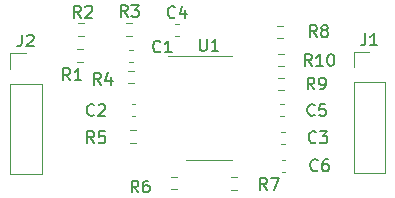
<source format=gbr>
%TF.GenerationSoftware,KiCad,Pcbnew,(6.0.4-0)*%
%TF.CreationDate,2022-05-03T23:30:52-04:00*%
%TF.ProjectId,antennaamp,616e7465-6e6e-4616-916d-702e6b696361,rev?*%
%TF.SameCoordinates,Original*%
%TF.FileFunction,Legend,Top*%
%TF.FilePolarity,Positive*%
%FSLAX46Y46*%
G04 Gerber Fmt 4.6, Leading zero omitted, Abs format (unit mm)*
G04 Created by KiCad (PCBNEW (6.0.4-0)) date 2022-05-03 23:30:52*
%MOMM*%
%LPD*%
G01*
G04 APERTURE LIST*
%ADD10C,0.150000*%
%ADD11C,0.120000*%
G04 APERTURE END LIST*
D10*
%TO.C,R1*%
X66383333Y-60102380D02*
X66050000Y-59626190D01*
X65811904Y-60102380D02*
X65811904Y-59102380D01*
X66192857Y-59102380D01*
X66288095Y-59150000D01*
X66335714Y-59197619D01*
X66383333Y-59292857D01*
X66383333Y-59435714D01*
X66335714Y-59530952D01*
X66288095Y-59578571D01*
X66192857Y-59626190D01*
X65811904Y-59626190D01*
X67335714Y-60102380D02*
X66764285Y-60102380D01*
X67050000Y-60102380D02*
X67050000Y-59102380D01*
X66954761Y-59245238D01*
X66859523Y-59340476D01*
X66764285Y-59388095D01*
%TO.C,U1*%
X77363095Y-56622380D02*
X77363095Y-57431904D01*
X77410714Y-57527142D01*
X77458333Y-57574761D01*
X77553571Y-57622380D01*
X77744047Y-57622380D01*
X77839285Y-57574761D01*
X77886904Y-57527142D01*
X77934523Y-57431904D01*
X77934523Y-56622380D01*
X78934523Y-57622380D02*
X78363095Y-57622380D01*
X78648809Y-57622380D02*
X78648809Y-56622380D01*
X78553571Y-56765238D01*
X78458333Y-56860476D01*
X78363095Y-56908095D01*
%TO.C,R10*%
X86832142Y-58902380D02*
X86498809Y-58426190D01*
X86260714Y-58902380D02*
X86260714Y-57902380D01*
X86641666Y-57902380D01*
X86736904Y-57950000D01*
X86784523Y-57997619D01*
X86832142Y-58092857D01*
X86832142Y-58235714D01*
X86784523Y-58330952D01*
X86736904Y-58378571D01*
X86641666Y-58426190D01*
X86260714Y-58426190D01*
X87784523Y-58902380D02*
X87213095Y-58902380D01*
X87498809Y-58902380D02*
X87498809Y-57902380D01*
X87403571Y-58045238D01*
X87308333Y-58140476D01*
X87213095Y-58188095D01*
X88403571Y-57902380D02*
X88498809Y-57902380D01*
X88594047Y-57950000D01*
X88641666Y-57997619D01*
X88689285Y-58092857D01*
X88736904Y-58283333D01*
X88736904Y-58521428D01*
X88689285Y-58711904D01*
X88641666Y-58807142D01*
X88594047Y-58854761D01*
X88498809Y-58902380D01*
X88403571Y-58902380D01*
X88308333Y-58854761D01*
X88260714Y-58807142D01*
X88213095Y-58711904D01*
X88165476Y-58521428D01*
X88165476Y-58283333D01*
X88213095Y-58092857D01*
X88260714Y-57997619D01*
X88308333Y-57950000D01*
X88403571Y-57902380D01*
%TO.C,R9*%
X87058333Y-60877380D02*
X86725000Y-60401190D01*
X86486904Y-60877380D02*
X86486904Y-59877380D01*
X86867857Y-59877380D01*
X86963095Y-59925000D01*
X87010714Y-59972619D01*
X87058333Y-60067857D01*
X87058333Y-60210714D01*
X87010714Y-60305952D01*
X86963095Y-60353571D01*
X86867857Y-60401190D01*
X86486904Y-60401190D01*
X87534523Y-60877380D02*
X87725000Y-60877380D01*
X87820238Y-60829761D01*
X87867857Y-60782142D01*
X87963095Y-60639285D01*
X88010714Y-60448809D01*
X88010714Y-60067857D01*
X87963095Y-59972619D01*
X87915476Y-59925000D01*
X87820238Y-59877380D01*
X87629761Y-59877380D01*
X87534523Y-59925000D01*
X87486904Y-59972619D01*
X87439285Y-60067857D01*
X87439285Y-60305952D01*
X87486904Y-60401190D01*
X87534523Y-60448809D01*
X87629761Y-60496428D01*
X87820238Y-60496428D01*
X87915476Y-60448809D01*
X87963095Y-60401190D01*
X88010714Y-60305952D01*
%TO.C,R8*%
X87258333Y-56452380D02*
X86925000Y-55976190D01*
X86686904Y-56452380D02*
X86686904Y-55452380D01*
X87067857Y-55452380D01*
X87163095Y-55500000D01*
X87210714Y-55547619D01*
X87258333Y-55642857D01*
X87258333Y-55785714D01*
X87210714Y-55880952D01*
X87163095Y-55928571D01*
X87067857Y-55976190D01*
X86686904Y-55976190D01*
X87829761Y-55880952D02*
X87734523Y-55833333D01*
X87686904Y-55785714D01*
X87639285Y-55690476D01*
X87639285Y-55642857D01*
X87686904Y-55547619D01*
X87734523Y-55500000D01*
X87829761Y-55452380D01*
X88020238Y-55452380D01*
X88115476Y-55500000D01*
X88163095Y-55547619D01*
X88210714Y-55642857D01*
X88210714Y-55690476D01*
X88163095Y-55785714D01*
X88115476Y-55833333D01*
X88020238Y-55880952D01*
X87829761Y-55880952D01*
X87734523Y-55928571D01*
X87686904Y-55976190D01*
X87639285Y-56071428D01*
X87639285Y-56261904D01*
X87686904Y-56357142D01*
X87734523Y-56404761D01*
X87829761Y-56452380D01*
X88020238Y-56452380D01*
X88115476Y-56404761D01*
X88163095Y-56357142D01*
X88210714Y-56261904D01*
X88210714Y-56071428D01*
X88163095Y-55976190D01*
X88115476Y-55928571D01*
X88020238Y-55880952D01*
%TO.C,R7*%
X83033333Y-69402380D02*
X82700000Y-68926190D01*
X82461904Y-69402380D02*
X82461904Y-68402380D01*
X82842857Y-68402380D01*
X82938095Y-68450000D01*
X82985714Y-68497619D01*
X83033333Y-68592857D01*
X83033333Y-68735714D01*
X82985714Y-68830952D01*
X82938095Y-68878571D01*
X82842857Y-68926190D01*
X82461904Y-68926190D01*
X83366666Y-68402380D02*
X84033333Y-68402380D01*
X83604761Y-69402380D01*
%TO.C,R6*%
X72145833Y-69602380D02*
X71812500Y-69126190D01*
X71574404Y-69602380D02*
X71574404Y-68602380D01*
X71955357Y-68602380D01*
X72050595Y-68650000D01*
X72098214Y-68697619D01*
X72145833Y-68792857D01*
X72145833Y-68935714D01*
X72098214Y-69030952D01*
X72050595Y-69078571D01*
X71955357Y-69126190D01*
X71574404Y-69126190D01*
X73002976Y-68602380D02*
X72812500Y-68602380D01*
X72717261Y-68650000D01*
X72669642Y-68697619D01*
X72574404Y-68840476D01*
X72526785Y-69030952D01*
X72526785Y-69411904D01*
X72574404Y-69507142D01*
X72622023Y-69554761D01*
X72717261Y-69602380D01*
X72907738Y-69602380D01*
X73002976Y-69554761D01*
X73050595Y-69507142D01*
X73098214Y-69411904D01*
X73098214Y-69173809D01*
X73050595Y-69078571D01*
X73002976Y-69030952D01*
X72907738Y-68983333D01*
X72717261Y-68983333D01*
X72622023Y-69030952D01*
X72574404Y-69078571D01*
X72526785Y-69173809D01*
%TO.C,R5*%
X68408333Y-65427380D02*
X68075000Y-64951190D01*
X67836904Y-65427380D02*
X67836904Y-64427380D01*
X68217857Y-64427380D01*
X68313095Y-64475000D01*
X68360714Y-64522619D01*
X68408333Y-64617857D01*
X68408333Y-64760714D01*
X68360714Y-64855952D01*
X68313095Y-64903571D01*
X68217857Y-64951190D01*
X67836904Y-64951190D01*
X69313095Y-64427380D02*
X68836904Y-64427380D01*
X68789285Y-64903571D01*
X68836904Y-64855952D01*
X68932142Y-64808333D01*
X69170238Y-64808333D01*
X69265476Y-64855952D01*
X69313095Y-64903571D01*
X69360714Y-64998809D01*
X69360714Y-65236904D01*
X69313095Y-65332142D01*
X69265476Y-65379761D01*
X69170238Y-65427380D01*
X68932142Y-65427380D01*
X68836904Y-65379761D01*
X68789285Y-65332142D01*
%TO.C,R4*%
X68983333Y-60477380D02*
X68650000Y-60001190D01*
X68411904Y-60477380D02*
X68411904Y-59477380D01*
X68792857Y-59477380D01*
X68888095Y-59525000D01*
X68935714Y-59572619D01*
X68983333Y-59667857D01*
X68983333Y-59810714D01*
X68935714Y-59905952D01*
X68888095Y-59953571D01*
X68792857Y-60001190D01*
X68411904Y-60001190D01*
X69840476Y-59810714D02*
X69840476Y-60477380D01*
X69602380Y-59429761D02*
X69364285Y-60144047D01*
X69983333Y-60144047D01*
%TO.C,R3*%
X71233333Y-54752380D02*
X70900000Y-54276190D01*
X70661904Y-54752380D02*
X70661904Y-53752380D01*
X71042857Y-53752380D01*
X71138095Y-53800000D01*
X71185714Y-53847619D01*
X71233333Y-53942857D01*
X71233333Y-54085714D01*
X71185714Y-54180952D01*
X71138095Y-54228571D01*
X71042857Y-54276190D01*
X70661904Y-54276190D01*
X71566666Y-53752380D02*
X72185714Y-53752380D01*
X71852380Y-54133333D01*
X71995238Y-54133333D01*
X72090476Y-54180952D01*
X72138095Y-54228571D01*
X72185714Y-54323809D01*
X72185714Y-54561904D01*
X72138095Y-54657142D01*
X72090476Y-54704761D01*
X71995238Y-54752380D01*
X71709523Y-54752380D01*
X71614285Y-54704761D01*
X71566666Y-54657142D01*
%TO.C,R2*%
X67283333Y-54802380D02*
X66950000Y-54326190D01*
X66711904Y-54802380D02*
X66711904Y-53802380D01*
X67092857Y-53802380D01*
X67188095Y-53850000D01*
X67235714Y-53897619D01*
X67283333Y-53992857D01*
X67283333Y-54135714D01*
X67235714Y-54230952D01*
X67188095Y-54278571D01*
X67092857Y-54326190D01*
X66711904Y-54326190D01*
X67664285Y-53897619D02*
X67711904Y-53850000D01*
X67807142Y-53802380D01*
X68045238Y-53802380D01*
X68140476Y-53850000D01*
X68188095Y-53897619D01*
X68235714Y-53992857D01*
X68235714Y-54088095D01*
X68188095Y-54230952D01*
X67616666Y-54802380D01*
X68235714Y-54802380D01*
%TO.C,J2*%
X62291666Y-56247380D02*
X62291666Y-56961666D01*
X62244047Y-57104523D01*
X62148809Y-57199761D01*
X62005952Y-57247380D01*
X61910714Y-57247380D01*
X62720238Y-56342619D02*
X62767857Y-56295000D01*
X62863095Y-56247380D01*
X63101190Y-56247380D01*
X63196428Y-56295000D01*
X63244047Y-56342619D01*
X63291666Y-56437857D01*
X63291666Y-56533095D01*
X63244047Y-56675952D01*
X62672619Y-57247380D01*
X63291666Y-57247380D01*
%TO.C,J1*%
X91366666Y-56147380D02*
X91366666Y-56861666D01*
X91319047Y-57004523D01*
X91223809Y-57099761D01*
X91080952Y-57147380D01*
X90985714Y-57147380D01*
X92366666Y-57147380D02*
X91795238Y-57147380D01*
X92080952Y-57147380D02*
X92080952Y-56147380D01*
X91985714Y-56290238D01*
X91890476Y-56385476D01*
X91795238Y-56433095D01*
%TO.C,C6*%
X87333333Y-67707142D02*
X87285714Y-67754761D01*
X87142857Y-67802380D01*
X87047619Y-67802380D01*
X86904761Y-67754761D01*
X86809523Y-67659523D01*
X86761904Y-67564285D01*
X86714285Y-67373809D01*
X86714285Y-67230952D01*
X86761904Y-67040476D01*
X86809523Y-66945238D01*
X86904761Y-66850000D01*
X87047619Y-66802380D01*
X87142857Y-66802380D01*
X87285714Y-66850000D01*
X87333333Y-66897619D01*
X88190476Y-66802380D02*
X88000000Y-66802380D01*
X87904761Y-66850000D01*
X87857142Y-66897619D01*
X87761904Y-67040476D01*
X87714285Y-67230952D01*
X87714285Y-67611904D01*
X87761904Y-67707142D01*
X87809523Y-67754761D01*
X87904761Y-67802380D01*
X88095238Y-67802380D01*
X88190476Y-67754761D01*
X88238095Y-67707142D01*
X88285714Y-67611904D01*
X88285714Y-67373809D01*
X88238095Y-67278571D01*
X88190476Y-67230952D01*
X88095238Y-67183333D01*
X87904761Y-67183333D01*
X87809523Y-67230952D01*
X87761904Y-67278571D01*
X87714285Y-67373809D01*
%TO.C,C5*%
X87083333Y-63032142D02*
X87035714Y-63079761D01*
X86892857Y-63127380D01*
X86797619Y-63127380D01*
X86654761Y-63079761D01*
X86559523Y-62984523D01*
X86511904Y-62889285D01*
X86464285Y-62698809D01*
X86464285Y-62555952D01*
X86511904Y-62365476D01*
X86559523Y-62270238D01*
X86654761Y-62175000D01*
X86797619Y-62127380D01*
X86892857Y-62127380D01*
X87035714Y-62175000D01*
X87083333Y-62222619D01*
X87988095Y-62127380D02*
X87511904Y-62127380D01*
X87464285Y-62603571D01*
X87511904Y-62555952D01*
X87607142Y-62508333D01*
X87845238Y-62508333D01*
X87940476Y-62555952D01*
X87988095Y-62603571D01*
X88035714Y-62698809D01*
X88035714Y-62936904D01*
X87988095Y-63032142D01*
X87940476Y-63079761D01*
X87845238Y-63127380D01*
X87607142Y-63127380D01*
X87511904Y-63079761D01*
X87464285Y-63032142D01*
%TO.C,C4*%
X75258333Y-54752142D02*
X75210714Y-54799761D01*
X75067857Y-54847380D01*
X74972619Y-54847380D01*
X74829761Y-54799761D01*
X74734523Y-54704523D01*
X74686904Y-54609285D01*
X74639285Y-54418809D01*
X74639285Y-54275952D01*
X74686904Y-54085476D01*
X74734523Y-53990238D01*
X74829761Y-53895000D01*
X74972619Y-53847380D01*
X75067857Y-53847380D01*
X75210714Y-53895000D01*
X75258333Y-53942619D01*
X76115476Y-54180714D02*
X76115476Y-54847380D01*
X75877380Y-53799761D02*
X75639285Y-54514047D01*
X76258333Y-54514047D01*
%TO.C,C3*%
X87183333Y-65332142D02*
X87135714Y-65379761D01*
X86992857Y-65427380D01*
X86897619Y-65427380D01*
X86754761Y-65379761D01*
X86659523Y-65284523D01*
X86611904Y-65189285D01*
X86564285Y-64998809D01*
X86564285Y-64855952D01*
X86611904Y-64665476D01*
X86659523Y-64570238D01*
X86754761Y-64475000D01*
X86897619Y-64427380D01*
X86992857Y-64427380D01*
X87135714Y-64475000D01*
X87183333Y-64522619D01*
X87516666Y-64427380D02*
X88135714Y-64427380D01*
X87802380Y-64808333D01*
X87945238Y-64808333D01*
X88040476Y-64855952D01*
X88088095Y-64903571D01*
X88135714Y-64998809D01*
X88135714Y-65236904D01*
X88088095Y-65332142D01*
X88040476Y-65379761D01*
X87945238Y-65427380D01*
X87659523Y-65427380D01*
X87564285Y-65379761D01*
X87516666Y-65332142D01*
%TO.C,C2*%
X68408333Y-63032142D02*
X68360714Y-63079761D01*
X68217857Y-63127380D01*
X68122619Y-63127380D01*
X67979761Y-63079761D01*
X67884523Y-62984523D01*
X67836904Y-62889285D01*
X67789285Y-62698809D01*
X67789285Y-62555952D01*
X67836904Y-62365476D01*
X67884523Y-62270238D01*
X67979761Y-62175000D01*
X68122619Y-62127380D01*
X68217857Y-62127380D01*
X68360714Y-62175000D01*
X68408333Y-62222619D01*
X68789285Y-62222619D02*
X68836904Y-62175000D01*
X68932142Y-62127380D01*
X69170238Y-62127380D01*
X69265476Y-62175000D01*
X69313095Y-62222619D01*
X69360714Y-62317857D01*
X69360714Y-62413095D01*
X69313095Y-62555952D01*
X68741666Y-63127380D01*
X69360714Y-63127380D01*
%TO.C,C1*%
X74008333Y-57657142D02*
X73960714Y-57704761D01*
X73817857Y-57752380D01*
X73722619Y-57752380D01*
X73579761Y-57704761D01*
X73484523Y-57609523D01*
X73436904Y-57514285D01*
X73389285Y-57323809D01*
X73389285Y-57180952D01*
X73436904Y-56990476D01*
X73484523Y-56895238D01*
X73579761Y-56800000D01*
X73722619Y-56752380D01*
X73817857Y-56752380D01*
X73960714Y-56800000D01*
X74008333Y-56847619D01*
X74960714Y-57752380D02*
X74389285Y-57752380D01*
X74675000Y-57752380D02*
X74675000Y-56752380D01*
X74579761Y-56895238D01*
X74484523Y-56990476D01*
X74389285Y-57038095D01*
D11*
%TO.C,R1*%
X67454724Y-58547500D02*
X66945276Y-58547500D01*
X67454724Y-57502500D02*
X66945276Y-57502500D01*
%TO.C,U1*%
X78125000Y-58015000D02*
X80075000Y-58015000D01*
X78125000Y-66885000D02*
X80075000Y-66885000D01*
X78125000Y-58015000D02*
X74675000Y-58015000D01*
X78125000Y-66885000D02*
X76175000Y-66885000D01*
%TO.C,R10*%
X83945276Y-57877500D02*
X84454724Y-57877500D01*
X83945276Y-58922500D02*
X84454724Y-58922500D01*
%TO.C,R9*%
X83945276Y-59902500D02*
X84454724Y-59902500D01*
X83945276Y-60947500D02*
X84454724Y-60947500D01*
%TO.C,R8*%
X83895276Y-55527500D02*
X84404724Y-55527500D01*
X83895276Y-56572500D02*
X84404724Y-56572500D01*
%TO.C,R7*%
X80479724Y-68327500D02*
X79970276Y-68327500D01*
X80479724Y-69372500D02*
X79970276Y-69372500D01*
%TO.C,R6*%
X75392224Y-69347500D02*
X74882776Y-69347500D01*
X75392224Y-68302500D02*
X74882776Y-68302500D01*
%TO.C,R5*%
X71929724Y-65397500D02*
X71420276Y-65397500D01*
X71929724Y-64352500D02*
X71420276Y-64352500D01*
%TO.C,R4*%
X71282776Y-60372500D02*
X71792224Y-60372500D01*
X71282776Y-59327500D02*
X71792224Y-59327500D01*
%TO.C,R3*%
X71654724Y-56347500D02*
X71145276Y-56347500D01*
X71654724Y-55302500D02*
X71145276Y-55302500D01*
%TO.C,R2*%
X67567224Y-56322500D02*
X67057776Y-56322500D01*
X67567224Y-55277500D02*
X67057776Y-55277500D01*
%TO.C,J2*%
X63955000Y-60395000D02*
X63955000Y-68075000D01*
X61295000Y-59125000D02*
X61295000Y-57795000D01*
X61295000Y-68075000D02*
X63955000Y-68075000D01*
X61295000Y-60395000D02*
X63955000Y-60395000D01*
X61295000Y-57795000D02*
X62625000Y-57795000D01*
X61295000Y-60395000D02*
X61295000Y-68075000D01*
%TO.C,J1*%
X93030000Y-60295000D02*
X93030000Y-67975000D01*
X90370000Y-59025000D02*
X90370000Y-57695000D01*
X90370000Y-67975000D02*
X93030000Y-67975000D01*
X90370000Y-60295000D02*
X93030000Y-60295000D01*
X90370000Y-57695000D02*
X91700000Y-57695000D01*
X90370000Y-60295000D02*
X90370000Y-67975000D01*
%TO.C,C6*%
X84316233Y-66840000D02*
X84608767Y-66840000D01*
X84316233Y-67860000D02*
X84608767Y-67860000D01*
%TO.C,C5*%
X84253733Y-64465000D02*
X84546267Y-64465000D01*
X84253733Y-65485000D02*
X84546267Y-65485000D01*
%TO.C,C4*%
X75278733Y-55315000D02*
X75571267Y-55315000D01*
X75278733Y-56335000D02*
X75571267Y-56335000D01*
%TO.C,C3*%
X84446267Y-63160000D02*
X84153733Y-63160000D01*
X84446267Y-62140000D02*
X84153733Y-62140000D01*
%TO.C,C2*%
X71591233Y-63135000D02*
X71883767Y-63135000D01*
X71591233Y-62115000D02*
X71883767Y-62115000D01*
%TO.C,C1*%
X71658767Y-58585000D02*
X71366233Y-58585000D01*
X71658767Y-57565000D02*
X71366233Y-57565000D01*
%TD*%
M02*

</source>
